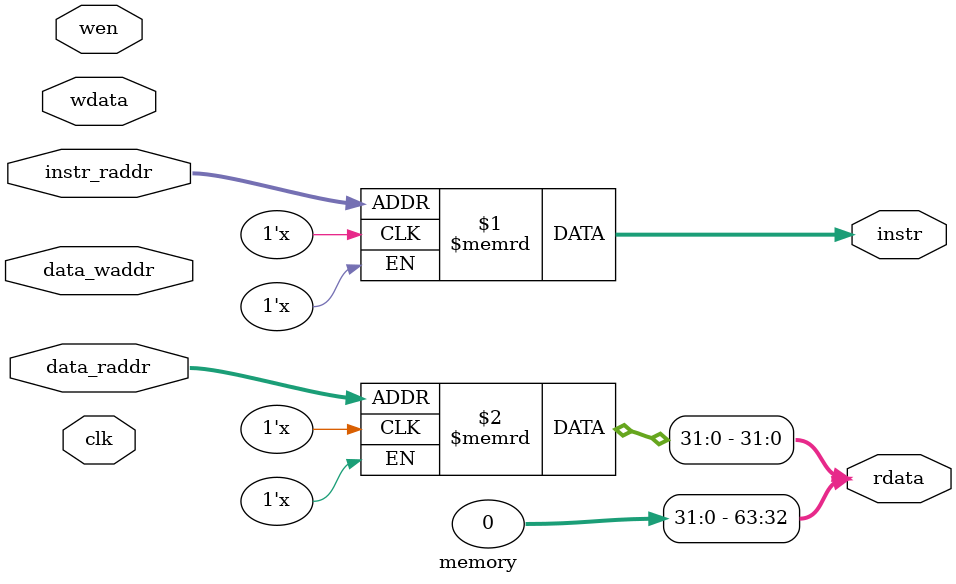
<source format=v>
module memory(
	input clk,
	input[31:0] instr_raddr,
	input[31:0] data_raddr,
	input[31:0] data_waddr,
	input[63:0] wdata,
	input wen,
	output[31:0] instr,
	output[63:0] rdata
	);
	reg[31:0] mem[127:0];
	integer i;
	assign instr = mem[instr_raddr];
	assign rdata = mem[data_raddr];
	// TODO
	Reg #(32, 32'b0) memory(.clk(clk), .rst(1'b0), .din(wdata), .dout(mem[data_waddr]), .wen(wen));
endmodule

	

</source>
